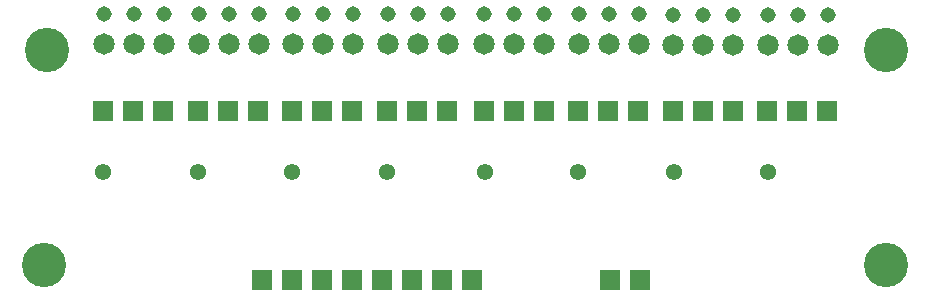
<source format=gbs>
G04 DesignSpark PCB Gerber Version 12.0 Build 5942*
%FSLAX35Y35*%
%MOMM*%
%ADD27R,1.68400X1.68400*%
%ADD26C,1.31000*%
%ADD22C,1.37920*%
%ADD25C,1.81000*%
%ADD23C,3.75000*%
X0Y0D02*
D02*
D22*
X42650000Y45515000D03*
X43450000D03*
X44250000D03*
X45050000D03*
X45880000D03*
X46670000D03*
X47480000D03*
X48280000D03*
D02*
D23*
X42150000Y44735000D03*
X42170000Y46555000D03*
X49280000Y44735000D03*
Y46555000D03*
D02*
D25*
X42656000Y46601000D03*
X42910000D03*
X43164000D03*
X43456000D03*
X43710000D03*
X43964000D03*
X44256000D03*
X44510000D03*
X44764000D03*
X45056000D03*
X45310000D03*
X45564000D03*
X45876000D03*
X46130000D03*
X46384000D03*
X46676000D03*
X46930000D03*
X47184000D03*
X47476000Y46591000D03*
X47730000D03*
X47984000D03*
X48276000D03*
X48530000D03*
X48784000D03*
D02*
D26*
X42656000Y46855000D03*
X42910000D03*
X43164000D03*
X43456000D03*
X43710000D03*
X43964000D03*
X44256000D03*
X44510000D03*
X44764000D03*
X45056000D03*
X45310000D03*
X45564000D03*
X45876000D03*
X46130000D03*
X46384000D03*
X46676000D03*
X46930000D03*
X47184000D03*
X47476000Y46845000D03*
X47730000D03*
X47984000D03*
X48276000D03*
X48530000D03*
X48784000D03*
D02*
D27*
X42650000Y46035000D03*
X42904000D03*
X43158000D03*
X43450000D03*
X43704000D03*
X43958000D03*
X43990000Y44605000D03*
X44244000D03*
X44250000Y46035000D03*
X44498000Y44605000D03*
X44504000Y46035000D03*
X44752000Y44605000D03*
X44758000Y46035000D03*
X45006000Y44605000D03*
X45050000Y46035000D03*
X45260000Y44605000D03*
X45304000Y46035000D03*
X45514000Y44605000D03*
X45558000Y46035000D03*
X45768000Y44605000D03*
X45870000Y46035000D03*
X46124000D03*
X46378000D03*
X46670000D03*
X46924000D03*
X46940000Y44605000D03*
X47178000Y46035000D03*
X47194000Y44605000D03*
X47470000Y46035000D03*
X47724000D03*
X47978000D03*
X48270000D03*
X48524000D03*
X48778000D03*
X0Y0D02*
M02*

</source>
